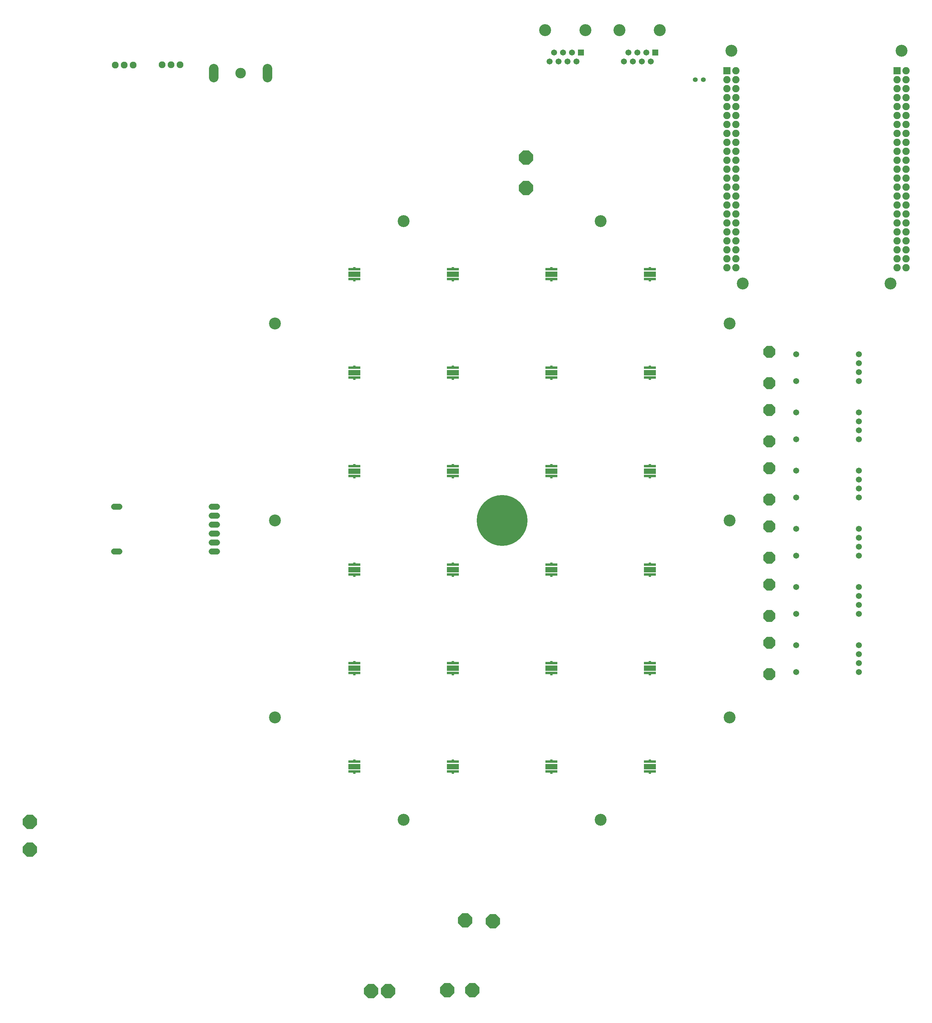
<source format=gbr>
G04 EAGLE Gerber X2 export*
%TF.Part,Single*%
%TF.FileFunction,Soldermask,Bot,1*%
%TF.FilePolarity,Negative*%
%TF.GenerationSoftware,Autodesk,EAGLE,8.6.1*%
%TF.CreationDate,2018-02-09T18:52:30Z*%
G75*
%MOMM*%
%FSLAX34Y34*%
%LPD*%
%AMOC8*
5,1,8,0,0,1.08239X$1,22.5*%
G01*
%ADD10C,3.378200*%
%ADD11C,14.427200*%
%ADD12C,2.743200*%
%ADD13C,2.997200*%
%ADD14R,1.711200X1.711200*%
%ADD15C,1.711200*%
%ADD16C,3.403200*%
%ADD17R,2.082800X2.082800*%
%ADD18C,2.082800*%
%ADD19C,1.953200*%
%ADD20C,1.727200*%
%ADD21P,3.656530X8X22.500000*%
%ADD22R,3.503200X0.703200*%
%ADD23R,3.503200X1.503200*%
%ADD24R,0.703200X0.653200*%
%ADD25P,4.343848X8X22.500000*%
%ADD26P,4.343848X8X202.500000*%
%ADD27C,1.359600*%


D10*
X1144270Y574802D03*
X1703070Y574802D03*
X2068576Y865124D03*
X2068576Y1423924D03*
X2068576Y1982724D03*
X1703070Y2272792D03*
X1144270Y2272792D03*
X778764Y1982724D03*
X778764Y1423924D03*
X778764Y865124D03*
D11*
X1423670Y1423670D03*
D12*
X757606Y2680564D02*
X757606Y2705964D01*
X605206Y2705964D02*
X605206Y2680564D01*
D13*
X681406Y2693264D03*
D14*
X1647088Y2751252D03*
D15*
X1634388Y2725852D03*
X1621688Y2751252D03*
X1608988Y2725852D03*
X1596288Y2751252D03*
X1583588Y2725852D03*
X1570888Y2751252D03*
X1558188Y2725852D03*
D16*
X1659788Y2814752D03*
X1545488Y2814752D03*
D14*
X1857908Y2751252D03*
D15*
X1845208Y2725852D03*
X1832508Y2751252D03*
X1819808Y2725852D03*
X1807108Y2751252D03*
X1794408Y2725852D03*
X1781708Y2751252D03*
X1769008Y2725852D03*
D16*
X1870608Y2814752D03*
X1756308Y2814752D03*
D10*
X2073808Y2756840D03*
X2105558Y2096440D03*
X2524658Y2096440D03*
X2556408Y2756840D03*
D17*
X2061108Y2699690D03*
D18*
X2086508Y2699690D03*
X2061108Y2674290D03*
X2086508Y2674290D03*
X2061108Y2648890D03*
X2086508Y2648890D03*
X2061108Y2623490D03*
X2086508Y2623490D03*
X2061108Y2598090D03*
X2086508Y2598090D03*
X2061108Y2572690D03*
X2086508Y2572690D03*
X2061108Y2547290D03*
X2086508Y2547290D03*
X2061108Y2521890D03*
X2086508Y2521890D03*
X2061108Y2496490D03*
X2086508Y2496490D03*
X2061108Y2471090D03*
X2086508Y2471090D03*
X2061108Y2445690D03*
X2086508Y2445690D03*
X2061108Y2420290D03*
X2086508Y2420290D03*
X2061108Y2394890D03*
X2086508Y2394890D03*
X2061108Y2369490D03*
X2086508Y2369490D03*
X2061108Y2344090D03*
X2086508Y2344090D03*
X2061108Y2318690D03*
X2086508Y2318690D03*
X2061108Y2293290D03*
X2086508Y2293290D03*
X2061108Y2267890D03*
X2086508Y2267890D03*
X2061108Y2242490D03*
X2086508Y2242490D03*
X2061108Y2217090D03*
X2086508Y2217090D03*
X2061108Y2191690D03*
X2086508Y2191690D03*
X2061108Y2166290D03*
X2086508Y2166290D03*
X2061108Y2140890D03*
X2086508Y2140890D03*
D17*
X2543708Y2699690D03*
D18*
X2569108Y2699690D03*
X2543708Y2674290D03*
X2569108Y2674290D03*
X2543708Y2648890D03*
X2569108Y2648890D03*
X2543708Y2623490D03*
X2569108Y2623490D03*
X2543708Y2598090D03*
X2569108Y2598090D03*
X2543708Y2572690D03*
X2569108Y2572690D03*
X2543708Y2547290D03*
X2569108Y2547290D03*
X2543708Y2521890D03*
X2569108Y2521890D03*
X2543708Y2496490D03*
X2569108Y2496490D03*
X2543708Y2471090D03*
X2569108Y2471090D03*
X2543708Y2445690D03*
X2569108Y2445690D03*
X2543708Y2420290D03*
X2569108Y2420290D03*
X2543708Y2394890D03*
X2569108Y2394890D03*
X2543708Y2369490D03*
X2569108Y2369490D03*
X2543708Y2344090D03*
X2569108Y2344090D03*
X2543708Y2318690D03*
X2569108Y2318690D03*
X2543708Y2293290D03*
X2569108Y2293290D03*
X2543708Y2267890D03*
X2569108Y2267890D03*
X2543708Y2242490D03*
X2569108Y2242490D03*
X2543708Y2217090D03*
X2569108Y2217090D03*
X2543708Y2191690D03*
X2569108Y2191690D03*
X2543708Y2166290D03*
X2569108Y2166290D03*
X2543708Y2140890D03*
X2569108Y2140890D03*
D19*
X509606Y2716444D03*
X484206Y2716444D03*
X458806Y2716444D03*
D20*
X599262Y1462430D02*
X614502Y1462430D01*
X614502Y1437030D02*
X599262Y1437030D01*
X599262Y1411630D02*
X614502Y1411630D01*
X614502Y1386230D02*
X599262Y1386230D01*
X599262Y1360830D02*
X614502Y1360830D01*
X614502Y1335430D02*
X599262Y1335430D01*
X337602Y1462430D02*
X322362Y1462430D01*
X322362Y1335430D02*
X337602Y1335430D01*
D15*
X2434844Y1819656D03*
X2434844Y1845056D03*
X2434844Y1870456D03*
X2434844Y1895856D03*
X2257044Y1895856D03*
X2257044Y1819656D03*
D21*
X2180844Y1813306D03*
X2180844Y1902206D03*
D15*
X2434844Y1654556D03*
X2434844Y1679956D03*
X2434844Y1705356D03*
X2434844Y1730756D03*
X2257044Y1730756D03*
X2257044Y1654556D03*
D21*
X2180844Y1648206D03*
X2180844Y1737106D03*
D15*
X2434844Y1489456D03*
X2434844Y1514856D03*
X2434844Y1540256D03*
X2434844Y1565656D03*
X2257044Y1565656D03*
X2257044Y1489456D03*
D21*
X2180844Y1483106D03*
X2180844Y1572006D03*
D15*
X2434844Y1324356D03*
X2434844Y1349756D03*
X2434844Y1375156D03*
X2434844Y1400556D03*
X2257044Y1400556D03*
X2257044Y1324356D03*
D21*
X2180844Y1318006D03*
X2180844Y1406906D03*
D15*
X2434844Y1159256D03*
X2434844Y1184656D03*
X2434844Y1210056D03*
X2434844Y1235456D03*
X2257044Y1235456D03*
X2257044Y1159256D03*
D21*
X2180844Y1152906D03*
X2180844Y1241806D03*
D15*
X2434844Y994156D03*
X2434844Y1019556D03*
X2434844Y1044956D03*
X2434844Y1070356D03*
X2257044Y1070356D03*
X2257044Y994156D03*
D21*
X2180844Y987806D03*
X2180844Y1076706D03*
D22*
X1283970Y1549624D03*
D23*
X1283970Y1563624D03*
D24*
X1283970Y1546374D03*
D22*
X1283970Y1577624D03*
D24*
X1283970Y1580874D03*
D22*
X1563370Y1549624D03*
D23*
X1563370Y1563624D03*
D24*
X1563370Y1546374D03*
D22*
X1563370Y1577624D03*
D24*
X1563370Y1580874D03*
D22*
X1283970Y711424D03*
D23*
X1283970Y725424D03*
D24*
X1283970Y708174D03*
D22*
X1283970Y739424D03*
D24*
X1283970Y742674D03*
D22*
X1004570Y2108424D03*
D23*
X1004570Y2122424D03*
D24*
X1004570Y2105174D03*
D22*
X1004570Y2136424D03*
D24*
X1004570Y2139674D03*
D22*
X1842770Y1549624D03*
D23*
X1842770Y1563624D03*
D24*
X1842770Y1546374D03*
D22*
X1842770Y1577624D03*
D24*
X1842770Y1580874D03*
D22*
X1563370Y990824D03*
D23*
X1563370Y1004824D03*
D24*
X1563370Y987574D03*
D22*
X1563370Y1018824D03*
D24*
X1563370Y1022074D03*
D22*
X1283970Y2108424D03*
D23*
X1283970Y2122424D03*
D24*
X1283970Y2105174D03*
D22*
X1283970Y2136424D03*
D24*
X1283970Y2139674D03*
D22*
X1004570Y711424D03*
D23*
X1004570Y725424D03*
D24*
X1004570Y708174D03*
D22*
X1004570Y739424D03*
D24*
X1004570Y742674D03*
D22*
X1842770Y711424D03*
D23*
X1842770Y725424D03*
D24*
X1842770Y708174D03*
D22*
X1842770Y739424D03*
D24*
X1842770Y742674D03*
D22*
X1563370Y1829024D03*
D23*
X1563370Y1843024D03*
D24*
X1563370Y1825774D03*
D22*
X1563370Y1857024D03*
D24*
X1563370Y1860274D03*
D22*
X1283970Y1270224D03*
D23*
X1283970Y1284224D03*
D24*
X1283970Y1266974D03*
D22*
X1283970Y1298224D03*
D24*
X1283970Y1301474D03*
D22*
X1563370Y711424D03*
D23*
X1563370Y725424D03*
D24*
X1563370Y708174D03*
D22*
X1563370Y739424D03*
D24*
X1563370Y742674D03*
D22*
X1004570Y1829024D03*
D23*
X1004570Y1843024D03*
D24*
X1004570Y1825774D03*
D22*
X1004570Y1857024D03*
D24*
X1004570Y1860274D03*
D22*
X1842770Y1270224D03*
D23*
X1842770Y1284224D03*
D24*
X1842770Y1266974D03*
D22*
X1842770Y1298224D03*
D24*
X1842770Y1301474D03*
D22*
X1563370Y2108424D03*
D23*
X1563370Y2122424D03*
D24*
X1563370Y2105174D03*
D22*
X1563370Y2136424D03*
D24*
X1563370Y2139674D03*
D22*
X1283970Y990824D03*
D23*
X1283970Y1004824D03*
D24*
X1283970Y987574D03*
D22*
X1283970Y1018824D03*
D24*
X1283970Y1022074D03*
D22*
X1004570Y1549624D03*
D23*
X1004570Y1563624D03*
D24*
X1004570Y1546374D03*
D22*
X1004570Y1577624D03*
D24*
X1004570Y1580874D03*
D22*
X1842770Y1829024D03*
D23*
X1842770Y1843024D03*
D24*
X1842770Y1825774D03*
D22*
X1842770Y1857024D03*
D24*
X1842770Y1860274D03*
D22*
X1004570Y1270224D03*
D23*
X1004570Y1284224D03*
D24*
X1004570Y1266974D03*
D22*
X1004570Y1298224D03*
D24*
X1004570Y1301474D03*
D22*
X1842770Y2108424D03*
D23*
X1842770Y2122424D03*
D24*
X1842770Y2105174D03*
D22*
X1842770Y2136424D03*
D24*
X1842770Y2139674D03*
D22*
X1563370Y1270224D03*
D23*
X1563370Y1284224D03*
D24*
X1563370Y1266974D03*
D22*
X1563370Y1298224D03*
D24*
X1563370Y1301474D03*
D22*
X1283970Y1829024D03*
D23*
X1283970Y1843024D03*
D24*
X1283970Y1825774D03*
D22*
X1283970Y1857024D03*
D24*
X1283970Y1860274D03*
D22*
X1004570Y990824D03*
D23*
X1004570Y1004824D03*
D24*
X1004570Y987574D03*
D22*
X1004570Y1018824D03*
D24*
X1004570Y1022074D03*
D22*
X1842770Y990824D03*
D23*
X1842770Y1004824D03*
D24*
X1842770Y987574D03*
D22*
X1842770Y1018824D03*
D24*
X1842770Y1022074D03*
D19*
X376840Y2715580D03*
X351440Y2715580D03*
X326040Y2715580D03*
D25*
X1490980Y2367280D03*
X1490980Y2453640D03*
D26*
X83820Y490220D03*
X83820Y568960D03*
D25*
X1397000Y287020D03*
X1318260Y289560D03*
X1051560Y88900D03*
X1099820Y88900D03*
X1267460Y91440D03*
X1338580Y91440D03*
D27*
X1993900Y2674620D03*
X1971040Y2674620D03*
M02*

</source>
